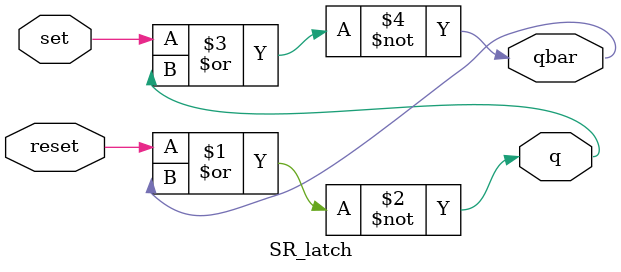
<source format=v>
module SR_latch(q,qbar,reset,set);

output q,qbar;

input reset,set;

nor(q,reset,qbar);

nor(qbar,set,q);

endmodule
</source>
